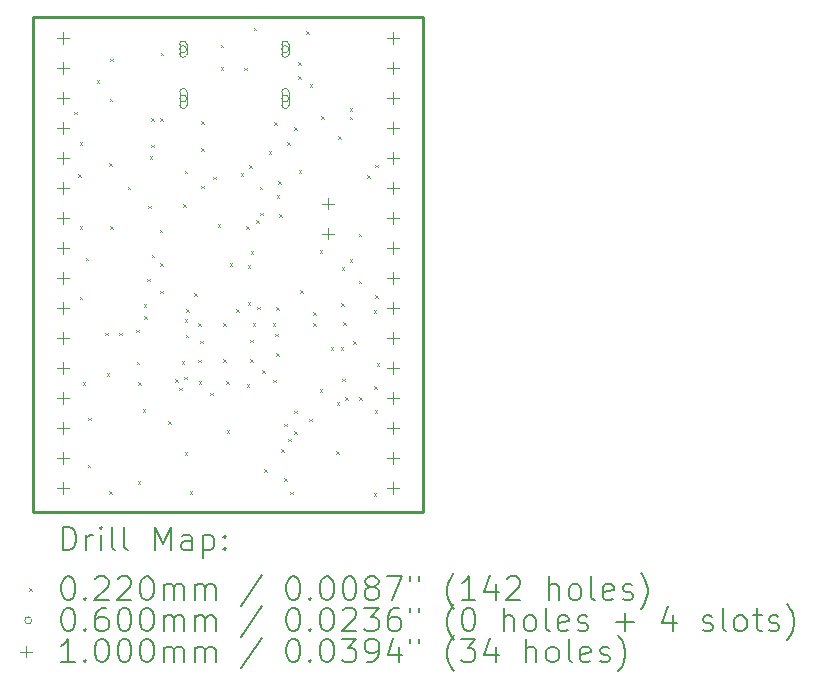
<source format=gbr>
%TF.GenerationSoftware,KiCad,Pcbnew,9.0.0*%
%TF.CreationDate,2025-11-24T16:24:24+00:00*%
%TF.ProjectId,OE PyBoard,4f452050-7942-46f6-9172-642e6b696361,rev?*%
%TF.SameCoordinates,Original*%
%TF.FileFunction,Drillmap*%
%TF.FilePolarity,Positive*%
%FSLAX45Y45*%
G04 Gerber Fmt 4.5, Leading zero omitted, Abs format (unit mm)*
G04 Created by KiCad (PCBNEW 9.0.0) date 2025-11-24 16:24:24*
%MOMM*%
%LPD*%
G01*
G04 APERTURE LIST*
%ADD10C,0.230000*%
%ADD11C,0.200000*%
%ADD12C,0.100000*%
G04 APERTURE END LIST*
D10*
X12547600Y-9423200D02*
X15849600Y-9423200D01*
X15849600Y-13614200D01*
X12547600Y-13614200D01*
X12547600Y-9423200D01*
D11*
D12*
X12894000Y-10221500D02*
X12916000Y-10243500D01*
X12916000Y-10221500D02*
X12894000Y-10243500D01*
X12931500Y-10751500D02*
X12953500Y-10773500D01*
X12953500Y-10751500D02*
X12931500Y-10773500D01*
X12943000Y-10479200D02*
X12965000Y-10501200D01*
X12965000Y-10479200D02*
X12943000Y-10501200D01*
X12943000Y-11190400D02*
X12965000Y-11212400D01*
X12965000Y-11190400D02*
X12943000Y-11212400D01*
X12943000Y-11787300D02*
X12965000Y-11809300D01*
X12965000Y-11787300D02*
X12943000Y-11809300D01*
X12968400Y-12514000D02*
X12990400Y-12536000D01*
X12990400Y-12514000D02*
X12968400Y-12536000D01*
X12993800Y-11457100D02*
X13015800Y-11479100D01*
X13015800Y-11457100D02*
X12993800Y-11479100D01*
X13009040Y-13212240D02*
X13031040Y-13234240D01*
X13031040Y-13212240D02*
X13009040Y-13234240D01*
X13013600Y-12814000D02*
X13035600Y-12836000D01*
X13035600Y-12814000D02*
X13013600Y-12836000D01*
X13084000Y-9954000D02*
X13106000Y-9976000D01*
X13106000Y-9954000D02*
X13084000Y-9976000D01*
X13159651Y-12095297D02*
X13181651Y-12117297D01*
X13181651Y-12095297D02*
X13159651Y-12117297D01*
X13170555Y-12434800D02*
X13192555Y-12456800D01*
X13192555Y-12434800D02*
X13170555Y-12456800D01*
X13189000Y-13436500D02*
X13211000Y-13458500D01*
X13211000Y-13436500D02*
X13189000Y-13458500D01*
X13191500Y-10656500D02*
X13213500Y-10678500D01*
X13213500Y-10656500D02*
X13191500Y-10678500D01*
X13194000Y-10114000D02*
X13216000Y-10136000D01*
X13216000Y-10114000D02*
X13194000Y-10136000D01*
X13201500Y-9774000D02*
X13223500Y-9796000D01*
X13223500Y-9774000D02*
X13201500Y-9796000D01*
X13201500Y-11194000D02*
X13223500Y-11216000D01*
X13223500Y-11194000D02*
X13201500Y-11216000D01*
X13277543Y-12095157D02*
X13299543Y-12117157D01*
X13299543Y-12095157D02*
X13277543Y-12117157D01*
X13346500Y-10859000D02*
X13368500Y-10881000D01*
X13368500Y-10859000D02*
X13346500Y-10881000D01*
X13420600Y-12067867D02*
X13442600Y-12089867D01*
X13442600Y-12067867D02*
X13420600Y-12089867D01*
X13425600Y-12339700D02*
X13447600Y-12361700D01*
X13447600Y-12339700D02*
X13425600Y-12361700D01*
X13433220Y-13349400D02*
X13455220Y-13371400D01*
X13455220Y-13349400D02*
X13433220Y-13371400D01*
X13438300Y-12511200D02*
X13460300Y-12533200D01*
X13460300Y-12511200D02*
X13438300Y-12533200D01*
X13473860Y-12739600D02*
X13495860Y-12761600D01*
X13495860Y-12739600D02*
X13473860Y-12761600D01*
X13483583Y-11850600D02*
X13505583Y-11872600D01*
X13505583Y-11850600D02*
X13483583Y-11872600D01*
X13489100Y-11952400D02*
X13511100Y-11974400D01*
X13511100Y-11952400D02*
X13489100Y-11974400D01*
X13514500Y-11634900D02*
X13536500Y-11656900D01*
X13536500Y-11634900D02*
X13514500Y-11656900D01*
X13524000Y-11017600D02*
X13546000Y-11039600D01*
X13546000Y-11017600D02*
X13524000Y-11039600D01*
X13534000Y-10599000D02*
X13556000Y-10621000D01*
X13556000Y-10599000D02*
X13534000Y-10621000D01*
X13547923Y-10276115D02*
X13569923Y-10298115D01*
X13569923Y-10276115D02*
X13547923Y-10298115D01*
X13549000Y-10501500D02*
X13571000Y-10523500D01*
X13571000Y-10501500D02*
X13549000Y-10523500D01*
X13552600Y-11431700D02*
X13574600Y-11453700D01*
X13574600Y-11431700D02*
X13552600Y-11453700D01*
X13618472Y-11220272D02*
X13640472Y-11242272D01*
X13640472Y-11220272D02*
X13618472Y-11242272D01*
X13622450Y-11507700D02*
X13644450Y-11529700D01*
X13644450Y-11507700D02*
X13622450Y-11529700D01*
X13622450Y-11736500D02*
X13644450Y-11758500D01*
X13644450Y-11736500D02*
X13622450Y-11758500D01*
X13622902Y-10277911D02*
X13644902Y-10299911D01*
X13644902Y-10277911D02*
X13622902Y-10299911D01*
X13626500Y-9721500D02*
X13648500Y-9743500D01*
X13648500Y-9721500D02*
X13626500Y-9743500D01*
X13692300Y-12841200D02*
X13714300Y-12863200D01*
X13714300Y-12841200D02*
X13692300Y-12863200D01*
X13752710Y-12489700D02*
X13774710Y-12511700D01*
X13774710Y-12489700D02*
X13752710Y-12511700D01*
X13786280Y-12559460D02*
X13808280Y-12581460D01*
X13808280Y-12559460D02*
X13786280Y-12581460D01*
X13804406Y-12335959D02*
X13826406Y-12357959D01*
X13826406Y-12335959D02*
X13804406Y-12357959D01*
X13816760Y-11004980D02*
X13838760Y-11026980D01*
X13838760Y-11004980D02*
X13816760Y-11026980D01*
X13824443Y-12467802D02*
X13846443Y-12489802D01*
X13846443Y-12467802D02*
X13824443Y-12489802D01*
X13829460Y-13105560D02*
X13851460Y-13127560D01*
X13851460Y-13105560D02*
X13829460Y-13127560D01*
X13832000Y-10720500D02*
X13854000Y-10742500D01*
X13854000Y-10720500D02*
X13832000Y-10742500D01*
X13832000Y-11977800D02*
X13854000Y-11999800D01*
X13854000Y-11977800D02*
X13832000Y-11999800D01*
X13839000Y-12111500D02*
X13861000Y-12133500D01*
X13861000Y-12111500D02*
X13839000Y-12133500D01*
X13841600Y-11893900D02*
X13863600Y-11915900D01*
X13863600Y-11893900D02*
X13841600Y-11915900D01*
X13874000Y-13436500D02*
X13896000Y-13458500D01*
X13896000Y-13436500D02*
X13874000Y-13458500D01*
X13912600Y-11756820D02*
X13934600Y-11778820D01*
X13934600Y-11756820D02*
X13912600Y-11778820D01*
X13946300Y-12320700D02*
X13968300Y-12342700D01*
X13968300Y-12320700D02*
X13946300Y-12342700D01*
X13946500Y-12011500D02*
X13968500Y-12033500D01*
X13968500Y-12011500D02*
X13946500Y-12033500D01*
X13949000Y-12506500D02*
X13971000Y-12528500D01*
X13971000Y-12506500D02*
X13949000Y-12528500D01*
X13961500Y-12161500D02*
X13983500Y-12183500D01*
X13983500Y-12161500D02*
X13961500Y-12183500D01*
X13971700Y-10301400D02*
X13993700Y-10323400D01*
X13993700Y-10301400D02*
X13971700Y-10323400D01*
X13971700Y-10530000D02*
X13993700Y-10552000D01*
X13993700Y-10530000D02*
X13971700Y-10552000D01*
X13971700Y-10847500D02*
X13993700Y-10869500D01*
X13993700Y-10847500D02*
X13971700Y-10869500D01*
X14047900Y-12600100D02*
X14069900Y-12622100D01*
X14069900Y-12600100D02*
X14047900Y-12622100D01*
X14073300Y-10771300D02*
X14095300Y-10793300D01*
X14095300Y-10771300D02*
X14073300Y-10793300D01*
X14111400Y-11177500D02*
X14133400Y-11199500D01*
X14133400Y-11177500D02*
X14111400Y-11199500D01*
X14136800Y-9653700D02*
X14158800Y-9675700D01*
X14158800Y-9653700D02*
X14136800Y-9675700D01*
X14136800Y-9844200D02*
X14158800Y-9866200D01*
X14158800Y-9844200D02*
X14136800Y-9866200D01*
X14159000Y-12011500D02*
X14181000Y-12033500D01*
X14181000Y-12011500D02*
X14159000Y-12033500D01*
X14159000Y-12319000D02*
X14181000Y-12341000D01*
X14181000Y-12319000D02*
X14159000Y-12341000D01*
X14181500Y-12506500D02*
X14203500Y-12528500D01*
X14203500Y-12506500D02*
X14181500Y-12528500D01*
X14187600Y-12917400D02*
X14209600Y-12939400D01*
X14209600Y-12917400D02*
X14187600Y-12939400D01*
X14213000Y-11507700D02*
X14235000Y-11529700D01*
X14235000Y-11507700D02*
X14213000Y-11529700D01*
X14269000Y-11893900D02*
X14291000Y-11915900D01*
X14291000Y-11893900D02*
X14269000Y-11915900D01*
X14306500Y-10744000D02*
X14328500Y-10766000D01*
X14328500Y-10744000D02*
X14306500Y-10766000D01*
X14334920Y-9849280D02*
X14356920Y-9871280D01*
X14356920Y-9849280D02*
X14334920Y-9871280D01*
X14350160Y-11192940D02*
X14372160Y-11214940D01*
X14372160Y-11192940D02*
X14350160Y-11214940D01*
X14356500Y-12531500D02*
X14378500Y-12553500D01*
X14378500Y-12531500D02*
X14356500Y-12553500D01*
X14365400Y-11520400D02*
X14387400Y-11542400D01*
X14387400Y-11520400D02*
X14365400Y-11542400D01*
X14365400Y-11837900D02*
X14387400Y-11859900D01*
X14387400Y-11837900D02*
X14365400Y-11859900D01*
X14376500Y-10674000D02*
X14398500Y-10696000D01*
X14398500Y-10674000D02*
X14376500Y-10696000D01*
X14384000Y-12151500D02*
X14406000Y-12173500D01*
X14406000Y-12151500D02*
X14384000Y-12173500D01*
X14384000Y-12319000D02*
X14406000Y-12341000D01*
X14406000Y-12319000D02*
X14384000Y-12341000D01*
X14390800Y-11403760D02*
X14412800Y-11425760D01*
X14412800Y-11403760D02*
X14390800Y-11425760D01*
X14406500Y-12011500D02*
X14428500Y-12033500D01*
X14428500Y-12011500D02*
X14406500Y-12033500D01*
X14414658Y-9512545D02*
X14436658Y-9534545D01*
X14436658Y-9512545D02*
X14414658Y-9534545D01*
X14436166Y-11141942D02*
X14458166Y-11163942D01*
X14458166Y-11141942D02*
X14436166Y-11163942D01*
X14446500Y-11874000D02*
X14468500Y-11896000D01*
X14468500Y-11874000D02*
X14446500Y-11896000D01*
X14467000Y-10857660D02*
X14489000Y-10879660D01*
X14489000Y-10857660D02*
X14467000Y-10879660D01*
X14472080Y-11076100D02*
X14494080Y-11098100D01*
X14494080Y-11076100D02*
X14472080Y-11098100D01*
X14486500Y-12409302D02*
X14508500Y-12431302D01*
X14508500Y-12409302D02*
X14486500Y-12431302D01*
X14505100Y-13250340D02*
X14527100Y-13272340D01*
X14527100Y-13250340D02*
X14505100Y-13272340D01*
X14543200Y-10555400D02*
X14565200Y-10577400D01*
X14565200Y-10555400D02*
X14543200Y-10577400D01*
X14576100Y-12015700D02*
X14598100Y-12037700D01*
X14598100Y-12015700D02*
X14576100Y-12037700D01*
X14579000Y-12491500D02*
X14601000Y-12513500D01*
X14601000Y-12491500D02*
X14579000Y-12513500D01*
X14586380Y-10309020D02*
X14608380Y-10331020D01*
X14608380Y-10309020D02*
X14586380Y-10331020D01*
X14597175Y-12101425D02*
X14619175Y-12123425D01*
X14619175Y-12101425D02*
X14597175Y-12123425D01*
X14606700Y-11876200D02*
X14628700Y-11898200D01*
X14628700Y-11876200D02*
X14606700Y-11898200D01*
X14606700Y-12269700D02*
X14628700Y-12291700D01*
X14628700Y-12269700D02*
X14606700Y-12291700D01*
X14609240Y-10931320D02*
X14631240Y-10953320D01*
X14631240Y-10931320D02*
X14609240Y-10953320D01*
X14624480Y-10811940D02*
X14646480Y-10833940D01*
X14646480Y-10811940D02*
X14624480Y-10833940D01*
X14629560Y-11088800D02*
X14651560Y-11110800D01*
X14651560Y-11088800D02*
X14629560Y-11110800D01*
X14647340Y-13077620D02*
X14669340Y-13099620D01*
X14669340Y-13077620D02*
X14647340Y-13099620D01*
X14671500Y-13325100D02*
X14693500Y-13347100D01*
X14693500Y-13325100D02*
X14671500Y-13347100D01*
X14675280Y-12864260D02*
X14697280Y-12886260D01*
X14697280Y-12864260D02*
X14675280Y-12886260D01*
X14700680Y-10479200D02*
X14722680Y-10501200D01*
X14722680Y-10479200D02*
X14700680Y-10501200D01*
X14706340Y-12989601D02*
X14728340Y-13011601D01*
X14728340Y-12989601D02*
X14706340Y-13011601D01*
X14726080Y-13440840D02*
X14748080Y-13462840D01*
X14748080Y-13440840D02*
X14726080Y-13462840D01*
X14756560Y-10354740D02*
X14778560Y-10376740D01*
X14778560Y-10354740D02*
X14756560Y-10376740D01*
X14756560Y-12927760D02*
X14778560Y-12949760D01*
X14778560Y-12927760D02*
X14756560Y-12949760D01*
X14759100Y-12752500D02*
X14781100Y-12774500D01*
X14781100Y-12752500D02*
X14759100Y-12774500D01*
X14793907Y-9804313D02*
X14815907Y-9826313D01*
X14815907Y-9804313D02*
X14793907Y-9826313D01*
X14793907Y-9922404D02*
X14815907Y-9944404D01*
X14815907Y-9922404D02*
X14793907Y-9944404D01*
X14797200Y-10715420D02*
X14819200Y-10737420D01*
X14819200Y-10715420D02*
X14797200Y-10737420D01*
X14807360Y-11733960D02*
X14829360Y-11755960D01*
X14829360Y-11733960D02*
X14807360Y-11755960D01*
X14859000Y-9539000D02*
X14881000Y-9561000D01*
X14881000Y-9539000D02*
X14859000Y-9561000D01*
X14886100Y-12821000D02*
X14908100Y-12843000D01*
X14908100Y-12821000D02*
X14886100Y-12843000D01*
X14888600Y-9989000D02*
X14910600Y-10011000D01*
X14910600Y-9989000D02*
X14888600Y-10011000D01*
X14916388Y-12011872D02*
X14938388Y-12033872D01*
X14938388Y-12011872D02*
X14916388Y-12033872D01*
X14920596Y-11921049D02*
X14942596Y-11943049D01*
X14942596Y-11921049D02*
X14920596Y-11943049D01*
X14975000Y-11393600D02*
X14997000Y-11415600D01*
X14997000Y-11393600D02*
X14975000Y-11415600D01*
X14975000Y-12574500D02*
X14997000Y-12596500D01*
X14997000Y-12574500D02*
X14975000Y-12596500D01*
X14985160Y-10260760D02*
X15007160Y-10282760D01*
X15007160Y-10260760D02*
X14985160Y-10282760D01*
X15066468Y-12215353D02*
X15088468Y-12237353D01*
X15088468Y-12215353D02*
X15066468Y-12237353D01*
X15114700Y-13095400D02*
X15136700Y-13117400D01*
X15136700Y-13095400D02*
X15114700Y-13117400D01*
X15116500Y-12681500D02*
X15138500Y-12703500D01*
X15138500Y-12681500D02*
X15116500Y-12703500D01*
X15128391Y-10431194D02*
X15150391Y-10453194D01*
X15150391Y-10431194D02*
X15128391Y-10453194D01*
X15151500Y-12214000D02*
X15173500Y-12236000D01*
X15173500Y-12214000D02*
X15151500Y-12236000D01*
X15157999Y-11843720D02*
X15179999Y-11865720D01*
X15179999Y-11843720D02*
X15157999Y-11865720D01*
X15159000Y-11539000D02*
X15181000Y-11561000D01*
X15181000Y-11539000D02*
X15159000Y-11561000D01*
X15165500Y-12483260D02*
X15187500Y-12505260D01*
X15187500Y-12483260D02*
X15165500Y-12505260D01*
X15173200Y-12003200D02*
X15195200Y-12025200D01*
X15195200Y-12003200D02*
X15173200Y-12025200D01*
X15190900Y-12641500D02*
X15212900Y-12663500D01*
X15212900Y-12641500D02*
X15190900Y-12663500D01*
X15226460Y-10192180D02*
X15248460Y-10214180D01*
X15248460Y-10192180D02*
X15226460Y-10214180D01*
X15229000Y-10263300D02*
X15251000Y-10285300D01*
X15251000Y-10263300D02*
X15229000Y-10285300D01*
X15229000Y-11469800D02*
X15251000Y-11491800D01*
X15251000Y-11469800D02*
X15229000Y-11491800D01*
X15256500Y-12164000D02*
X15278500Y-12186000D01*
X15278500Y-12164000D02*
X15256500Y-12186000D01*
X15304000Y-11654000D02*
X15326000Y-11676000D01*
X15326000Y-11654000D02*
X15304000Y-11676000D01*
X15305200Y-11253900D02*
X15327200Y-11275900D01*
X15327200Y-11253900D02*
X15305200Y-11275900D01*
X15309000Y-12641500D02*
X15331000Y-12663500D01*
X15331000Y-12641500D02*
X15309000Y-12663500D01*
X15376320Y-10758600D02*
X15398320Y-10780600D01*
X15398320Y-10758600D02*
X15376320Y-10780600D01*
X15432200Y-11901600D02*
X15454200Y-11923600D01*
X15454200Y-11901600D02*
X15432200Y-11923600D01*
X15432200Y-13451000D02*
X15454200Y-13473000D01*
X15454200Y-13451000D02*
X15432200Y-13473000D01*
X15437280Y-12546760D02*
X15459280Y-12568760D01*
X15459280Y-12546760D02*
X15437280Y-12568760D01*
X15439000Y-12749000D02*
X15461000Y-12771000D01*
X15461000Y-12749000D02*
X15439000Y-12771000D01*
X15444556Y-10669700D02*
X15466556Y-10691700D01*
X15466556Y-10669700D02*
X15444556Y-10691700D01*
X15444900Y-11774600D02*
X15466900Y-11796600D01*
X15466900Y-11774600D02*
X15444900Y-11796600D01*
X15456217Y-12351428D02*
X15478217Y-12373428D01*
X15478217Y-12351428D02*
X15456217Y-12373428D01*
X13847400Y-9693100D02*
G75*
G02*
X13787400Y-9693100I-30000J0D01*
G01*
X13787400Y-9693100D02*
G75*
G02*
X13847400Y-9693100I30000J0D01*
G01*
X13847400Y-9733100D02*
X13847400Y-9653100D01*
X13787400Y-9653100D02*
G75*
G02*
X13847400Y-9653100I30000J0D01*
G01*
X13787400Y-9653100D02*
X13787400Y-9733100D01*
X13787400Y-9733100D02*
G75*
G03*
X13847400Y-9733100I30000J0D01*
G01*
X13847400Y-10111100D02*
G75*
G02*
X13787400Y-10111100I-30000J0D01*
G01*
X13787400Y-10111100D02*
G75*
G02*
X13847400Y-10111100I30000J0D01*
G01*
X13847400Y-10166100D02*
X13847400Y-10056100D01*
X13787400Y-10056100D02*
G75*
G02*
X13847400Y-10056100I30000J0D01*
G01*
X13787400Y-10056100D02*
X13787400Y-10166100D01*
X13787400Y-10166100D02*
G75*
G03*
X13847400Y-10166100I30000J0D01*
G01*
X14711400Y-9693100D02*
G75*
G02*
X14651400Y-9693100I-30000J0D01*
G01*
X14651400Y-9693100D02*
G75*
G02*
X14711400Y-9693100I30000J0D01*
G01*
X14711400Y-9733100D02*
X14711400Y-9653100D01*
X14651400Y-9653100D02*
G75*
G02*
X14711400Y-9653100I30000J0D01*
G01*
X14651400Y-9653100D02*
X14651400Y-9733100D01*
X14651400Y-9733100D02*
G75*
G03*
X14711400Y-9733100I30000J0D01*
G01*
X14711400Y-10111100D02*
G75*
G02*
X14651400Y-10111100I-30000J0D01*
G01*
X14651400Y-10111100D02*
G75*
G02*
X14711400Y-10111100I30000J0D01*
G01*
X14711400Y-10166100D02*
X14711400Y-10056100D01*
X14651400Y-10056100D02*
G75*
G02*
X14711400Y-10056100I30000J0D01*
G01*
X14651400Y-10056100D02*
X14651400Y-10166100D01*
X14651400Y-10166100D02*
G75*
G03*
X14711400Y-10166100I30000J0D01*
G01*
X12801600Y-9551200D02*
X12801600Y-9651200D01*
X12751600Y-9601200D02*
X12851600Y-9601200D01*
X12801600Y-9805200D02*
X12801600Y-9905200D01*
X12751600Y-9855200D02*
X12851600Y-9855200D01*
X12801600Y-10059200D02*
X12801600Y-10159200D01*
X12751600Y-10109200D02*
X12851600Y-10109200D01*
X12801600Y-10313200D02*
X12801600Y-10413200D01*
X12751600Y-10363200D02*
X12851600Y-10363200D01*
X12801600Y-10567200D02*
X12801600Y-10667200D01*
X12751600Y-10617200D02*
X12851600Y-10617200D01*
X12801600Y-10821200D02*
X12801600Y-10921200D01*
X12751600Y-10871200D02*
X12851600Y-10871200D01*
X12801600Y-11075200D02*
X12801600Y-11175200D01*
X12751600Y-11125200D02*
X12851600Y-11125200D01*
X12801600Y-11329200D02*
X12801600Y-11429200D01*
X12751600Y-11379200D02*
X12851600Y-11379200D01*
X12801600Y-11583200D02*
X12801600Y-11683200D01*
X12751600Y-11633200D02*
X12851600Y-11633200D01*
X12801600Y-11837200D02*
X12801600Y-11937200D01*
X12751600Y-11887200D02*
X12851600Y-11887200D01*
X12801600Y-12091200D02*
X12801600Y-12191200D01*
X12751600Y-12141200D02*
X12851600Y-12141200D01*
X12801600Y-12345200D02*
X12801600Y-12445200D01*
X12751600Y-12395200D02*
X12851600Y-12395200D01*
X12801600Y-12599200D02*
X12801600Y-12699200D01*
X12751600Y-12649200D02*
X12851600Y-12649200D01*
X12801600Y-12853200D02*
X12801600Y-12953200D01*
X12751600Y-12903200D02*
X12851600Y-12903200D01*
X12801600Y-13107200D02*
X12801600Y-13207200D01*
X12751600Y-13157200D02*
X12851600Y-13157200D01*
X12801600Y-13361200D02*
X12801600Y-13461200D01*
X12751600Y-13411200D02*
X12851600Y-13411200D01*
X15046960Y-10950240D02*
X15046960Y-11050240D01*
X14996960Y-11000240D02*
X15096960Y-11000240D01*
X15046960Y-11204240D02*
X15046960Y-11304240D01*
X14996960Y-11254240D02*
X15096960Y-11254240D01*
X15595600Y-9551200D02*
X15595600Y-9651200D01*
X15545600Y-9601200D02*
X15645600Y-9601200D01*
X15595600Y-9805200D02*
X15595600Y-9905200D01*
X15545600Y-9855200D02*
X15645600Y-9855200D01*
X15595600Y-10059200D02*
X15595600Y-10159200D01*
X15545600Y-10109200D02*
X15645600Y-10109200D01*
X15595600Y-10313200D02*
X15595600Y-10413200D01*
X15545600Y-10363200D02*
X15645600Y-10363200D01*
X15595600Y-10567200D02*
X15595600Y-10667200D01*
X15545600Y-10617200D02*
X15645600Y-10617200D01*
X15595600Y-10821200D02*
X15595600Y-10921200D01*
X15545600Y-10871200D02*
X15645600Y-10871200D01*
X15595600Y-11075200D02*
X15595600Y-11175200D01*
X15545600Y-11125200D02*
X15645600Y-11125200D01*
X15595600Y-11329200D02*
X15595600Y-11429200D01*
X15545600Y-11379200D02*
X15645600Y-11379200D01*
X15595600Y-11583200D02*
X15595600Y-11683200D01*
X15545600Y-11633200D02*
X15645600Y-11633200D01*
X15595600Y-11837200D02*
X15595600Y-11937200D01*
X15545600Y-11887200D02*
X15645600Y-11887200D01*
X15595600Y-12091200D02*
X15595600Y-12191200D01*
X15545600Y-12141200D02*
X15645600Y-12141200D01*
X15595600Y-12345200D02*
X15595600Y-12445200D01*
X15545600Y-12395200D02*
X15645600Y-12395200D01*
X15595600Y-12599200D02*
X15595600Y-12699200D01*
X15545600Y-12649200D02*
X15645600Y-12649200D01*
X15595600Y-12853200D02*
X15595600Y-12953200D01*
X15545600Y-12903200D02*
X15645600Y-12903200D01*
X15595600Y-13107200D02*
X15595600Y-13207200D01*
X15545600Y-13157200D02*
X15645600Y-13157200D01*
X15595600Y-13361200D02*
X15595600Y-13461200D01*
X15545600Y-13411200D02*
X15645600Y-13411200D01*
D11*
X12796877Y-13937184D02*
X12796877Y-13737184D01*
X12796877Y-13737184D02*
X12844496Y-13737184D01*
X12844496Y-13737184D02*
X12873067Y-13746708D01*
X12873067Y-13746708D02*
X12892115Y-13765755D01*
X12892115Y-13765755D02*
X12901639Y-13784803D01*
X12901639Y-13784803D02*
X12911162Y-13822898D01*
X12911162Y-13822898D02*
X12911162Y-13851469D01*
X12911162Y-13851469D02*
X12901639Y-13889565D01*
X12901639Y-13889565D02*
X12892115Y-13908612D01*
X12892115Y-13908612D02*
X12873067Y-13927660D01*
X12873067Y-13927660D02*
X12844496Y-13937184D01*
X12844496Y-13937184D02*
X12796877Y-13937184D01*
X12996877Y-13937184D02*
X12996877Y-13803850D01*
X12996877Y-13841946D02*
X13006401Y-13822898D01*
X13006401Y-13822898D02*
X13015924Y-13813374D01*
X13015924Y-13813374D02*
X13034972Y-13803850D01*
X13034972Y-13803850D02*
X13054020Y-13803850D01*
X13120686Y-13937184D02*
X13120686Y-13803850D01*
X13120686Y-13737184D02*
X13111162Y-13746708D01*
X13111162Y-13746708D02*
X13120686Y-13756231D01*
X13120686Y-13756231D02*
X13130210Y-13746708D01*
X13130210Y-13746708D02*
X13120686Y-13737184D01*
X13120686Y-13737184D02*
X13120686Y-13756231D01*
X13244496Y-13937184D02*
X13225448Y-13927660D01*
X13225448Y-13927660D02*
X13215924Y-13908612D01*
X13215924Y-13908612D02*
X13215924Y-13737184D01*
X13349258Y-13937184D02*
X13330210Y-13927660D01*
X13330210Y-13927660D02*
X13320686Y-13908612D01*
X13320686Y-13908612D02*
X13320686Y-13737184D01*
X13577829Y-13937184D02*
X13577829Y-13737184D01*
X13577829Y-13737184D02*
X13644496Y-13880041D01*
X13644496Y-13880041D02*
X13711162Y-13737184D01*
X13711162Y-13737184D02*
X13711162Y-13937184D01*
X13892115Y-13937184D02*
X13892115Y-13832422D01*
X13892115Y-13832422D02*
X13882591Y-13813374D01*
X13882591Y-13813374D02*
X13863543Y-13803850D01*
X13863543Y-13803850D02*
X13825448Y-13803850D01*
X13825448Y-13803850D02*
X13806401Y-13813374D01*
X13892115Y-13927660D02*
X13873067Y-13937184D01*
X13873067Y-13937184D02*
X13825448Y-13937184D01*
X13825448Y-13937184D02*
X13806401Y-13927660D01*
X13806401Y-13927660D02*
X13796877Y-13908612D01*
X13796877Y-13908612D02*
X13796877Y-13889565D01*
X13796877Y-13889565D02*
X13806401Y-13870517D01*
X13806401Y-13870517D02*
X13825448Y-13860993D01*
X13825448Y-13860993D02*
X13873067Y-13860993D01*
X13873067Y-13860993D02*
X13892115Y-13851469D01*
X13987353Y-13803850D02*
X13987353Y-14003850D01*
X13987353Y-13813374D02*
X14006401Y-13803850D01*
X14006401Y-13803850D02*
X14044496Y-13803850D01*
X14044496Y-13803850D02*
X14063543Y-13813374D01*
X14063543Y-13813374D02*
X14073067Y-13822898D01*
X14073067Y-13822898D02*
X14082591Y-13841946D01*
X14082591Y-13841946D02*
X14082591Y-13899088D01*
X14082591Y-13899088D02*
X14073067Y-13918136D01*
X14073067Y-13918136D02*
X14063543Y-13927660D01*
X14063543Y-13927660D02*
X14044496Y-13937184D01*
X14044496Y-13937184D02*
X14006401Y-13937184D01*
X14006401Y-13937184D02*
X13987353Y-13927660D01*
X14168305Y-13918136D02*
X14177829Y-13927660D01*
X14177829Y-13927660D02*
X14168305Y-13937184D01*
X14168305Y-13937184D02*
X14158782Y-13927660D01*
X14158782Y-13927660D02*
X14168305Y-13918136D01*
X14168305Y-13918136D02*
X14168305Y-13937184D01*
X14168305Y-13813374D02*
X14177829Y-13822898D01*
X14177829Y-13822898D02*
X14168305Y-13832422D01*
X14168305Y-13832422D02*
X14158782Y-13822898D01*
X14158782Y-13822898D02*
X14168305Y-13813374D01*
X14168305Y-13813374D02*
X14168305Y-13832422D01*
D12*
X12514100Y-14254700D02*
X12536100Y-14276700D01*
X12536100Y-14254700D02*
X12514100Y-14276700D01*
D11*
X12834972Y-14157184D02*
X12854020Y-14157184D01*
X12854020Y-14157184D02*
X12873067Y-14166708D01*
X12873067Y-14166708D02*
X12882591Y-14176231D01*
X12882591Y-14176231D02*
X12892115Y-14195279D01*
X12892115Y-14195279D02*
X12901639Y-14233374D01*
X12901639Y-14233374D02*
X12901639Y-14280993D01*
X12901639Y-14280993D02*
X12892115Y-14319088D01*
X12892115Y-14319088D02*
X12882591Y-14338136D01*
X12882591Y-14338136D02*
X12873067Y-14347660D01*
X12873067Y-14347660D02*
X12854020Y-14357184D01*
X12854020Y-14357184D02*
X12834972Y-14357184D01*
X12834972Y-14357184D02*
X12815924Y-14347660D01*
X12815924Y-14347660D02*
X12806401Y-14338136D01*
X12806401Y-14338136D02*
X12796877Y-14319088D01*
X12796877Y-14319088D02*
X12787353Y-14280993D01*
X12787353Y-14280993D02*
X12787353Y-14233374D01*
X12787353Y-14233374D02*
X12796877Y-14195279D01*
X12796877Y-14195279D02*
X12806401Y-14176231D01*
X12806401Y-14176231D02*
X12815924Y-14166708D01*
X12815924Y-14166708D02*
X12834972Y-14157184D01*
X12987353Y-14338136D02*
X12996877Y-14347660D01*
X12996877Y-14347660D02*
X12987353Y-14357184D01*
X12987353Y-14357184D02*
X12977829Y-14347660D01*
X12977829Y-14347660D02*
X12987353Y-14338136D01*
X12987353Y-14338136D02*
X12987353Y-14357184D01*
X13073067Y-14176231D02*
X13082591Y-14166708D01*
X13082591Y-14166708D02*
X13101639Y-14157184D01*
X13101639Y-14157184D02*
X13149258Y-14157184D01*
X13149258Y-14157184D02*
X13168305Y-14166708D01*
X13168305Y-14166708D02*
X13177829Y-14176231D01*
X13177829Y-14176231D02*
X13187353Y-14195279D01*
X13187353Y-14195279D02*
X13187353Y-14214327D01*
X13187353Y-14214327D02*
X13177829Y-14242898D01*
X13177829Y-14242898D02*
X13063543Y-14357184D01*
X13063543Y-14357184D02*
X13187353Y-14357184D01*
X13263543Y-14176231D02*
X13273067Y-14166708D01*
X13273067Y-14166708D02*
X13292115Y-14157184D01*
X13292115Y-14157184D02*
X13339734Y-14157184D01*
X13339734Y-14157184D02*
X13358782Y-14166708D01*
X13358782Y-14166708D02*
X13368305Y-14176231D01*
X13368305Y-14176231D02*
X13377829Y-14195279D01*
X13377829Y-14195279D02*
X13377829Y-14214327D01*
X13377829Y-14214327D02*
X13368305Y-14242898D01*
X13368305Y-14242898D02*
X13254020Y-14357184D01*
X13254020Y-14357184D02*
X13377829Y-14357184D01*
X13501639Y-14157184D02*
X13520686Y-14157184D01*
X13520686Y-14157184D02*
X13539734Y-14166708D01*
X13539734Y-14166708D02*
X13549258Y-14176231D01*
X13549258Y-14176231D02*
X13558782Y-14195279D01*
X13558782Y-14195279D02*
X13568305Y-14233374D01*
X13568305Y-14233374D02*
X13568305Y-14280993D01*
X13568305Y-14280993D02*
X13558782Y-14319088D01*
X13558782Y-14319088D02*
X13549258Y-14338136D01*
X13549258Y-14338136D02*
X13539734Y-14347660D01*
X13539734Y-14347660D02*
X13520686Y-14357184D01*
X13520686Y-14357184D02*
X13501639Y-14357184D01*
X13501639Y-14357184D02*
X13482591Y-14347660D01*
X13482591Y-14347660D02*
X13473067Y-14338136D01*
X13473067Y-14338136D02*
X13463543Y-14319088D01*
X13463543Y-14319088D02*
X13454020Y-14280993D01*
X13454020Y-14280993D02*
X13454020Y-14233374D01*
X13454020Y-14233374D02*
X13463543Y-14195279D01*
X13463543Y-14195279D02*
X13473067Y-14176231D01*
X13473067Y-14176231D02*
X13482591Y-14166708D01*
X13482591Y-14166708D02*
X13501639Y-14157184D01*
X13654020Y-14357184D02*
X13654020Y-14223850D01*
X13654020Y-14242898D02*
X13663543Y-14233374D01*
X13663543Y-14233374D02*
X13682591Y-14223850D01*
X13682591Y-14223850D02*
X13711163Y-14223850D01*
X13711163Y-14223850D02*
X13730210Y-14233374D01*
X13730210Y-14233374D02*
X13739734Y-14252422D01*
X13739734Y-14252422D02*
X13739734Y-14357184D01*
X13739734Y-14252422D02*
X13749258Y-14233374D01*
X13749258Y-14233374D02*
X13768305Y-14223850D01*
X13768305Y-14223850D02*
X13796877Y-14223850D01*
X13796877Y-14223850D02*
X13815924Y-14233374D01*
X13815924Y-14233374D02*
X13825448Y-14252422D01*
X13825448Y-14252422D02*
X13825448Y-14357184D01*
X13920686Y-14357184D02*
X13920686Y-14223850D01*
X13920686Y-14242898D02*
X13930210Y-14233374D01*
X13930210Y-14233374D02*
X13949258Y-14223850D01*
X13949258Y-14223850D02*
X13977829Y-14223850D01*
X13977829Y-14223850D02*
X13996877Y-14233374D01*
X13996877Y-14233374D02*
X14006401Y-14252422D01*
X14006401Y-14252422D02*
X14006401Y-14357184D01*
X14006401Y-14252422D02*
X14015924Y-14233374D01*
X14015924Y-14233374D02*
X14034972Y-14223850D01*
X14034972Y-14223850D02*
X14063543Y-14223850D01*
X14063543Y-14223850D02*
X14082591Y-14233374D01*
X14082591Y-14233374D02*
X14092115Y-14252422D01*
X14092115Y-14252422D02*
X14092115Y-14357184D01*
X14482591Y-14147660D02*
X14311163Y-14404803D01*
X14739734Y-14157184D02*
X14758782Y-14157184D01*
X14758782Y-14157184D02*
X14777829Y-14166708D01*
X14777829Y-14166708D02*
X14787353Y-14176231D01*
X14787353Y-14176231D02*
X14796877Y-14195279D01*
X14796877Y-14195279D02*
X14806401Y-14233374D01*
X14806401Y-14233374D02*
X14806401Y-14280993D01*
X14806401Y-14280993D02*
X14796877Y-14319088D01*
X14796877Y-14319088D02*
X14787353Y-14338136D01*
X14787353Y-14338136D02*
X14777829Y-14347660D01*
X14777829Y-14347660D02*
X14758782Y-14357184D01*
X14758782Y-14357184D02*
X14739734Y-14357184D01*
X14739734Y-14357184D02*
X14720686Y-14347660D01*
X14720686Y-14347660D02*
X14711163Y-14338136D01*
X14711163Y-14338136D02*
X14701639Y-14319088D01*
X14701639Y-14319088D02*
X14692115Y-14280993D01*
X14692115Y-14280993D02*
X14692115Y-14233374D01*
X14692115Y-14233374D02*
X14701639Y-14195279D01*
X14701639Y-14195279D02*
X14711163Y-14176231D01*
X14711163Y-14176231D02*
X14720686Y-14166708D01*
X14720686Y-14166708D02*
X14739734Y-14157184D01*
X14892115Y-14338136D02*
X14901639Y-14347660D01*
X14901639Y-14347660D02*
X14892115Y-14357184D01*
X14892115Y-14357184D02*
X14882591Y-14347660D01*
X14882591Y-14347660D02*
X14892115Y-14338136D01*
X14892115Y-14338136D02*
X14892115Y-14357184D01*
X15025448Y-14157184D02*
X15044496Y-14157184D01*
X15044496Y-14157184D02*
X15063544Y-14166708D01*
X15063544Y-14166708D02*
X15073067Y-14176231D01*
X15073067Y-14176231D02*
X15082591Y-14195279D01*
X15082591Y-14195279D02*
X15092115Y-14233374D01*
X15092115Y-14233374D02*
X15092115Y-14280993D01*
X15092115Y-14280993D02*
X15082591Y-14319088D01*
X15082591Y-14319088D02*
X15073067Y-14338136D01*
X15073067Y-14338136D02*
X15063544Y-14347660D01*
X15063544Y-14347660D02*
X15044496Y-14357184D01*
X15044496Y-14357184D02*
X15025448Y-14357184D01*
X15025448Y-14357184D02*
X15006401Y-14347660D01*
X15006401Y-14347660D02*
X14996877Y-14338136D01*
X14996877Y-14338136D02*
X14987353Y-14319088D01*
X14987353Y-14319088D02*
X14977829Y-14280993D01*
X14977829Y-14280993D02*
X14977829Y-14233374D01*
X14977829Y-14233374D02*
X14987353Y-14195279D01*
X14987353Y-14195279D02*
X14996877Y-14176231D01*
X14996877Y-14176231D02*
X15006401Y-14166708D01*
X15006401Y-14166708D02*
X15025448Y-14157184D01*
X15215925Y-14157184D02*
X15234972Y-14157184D01*
X15234972Y-14157184D02*
X15254020Y-14166708D01*
X15254020Y-14166708D02*
X15263544Y-14176231D01*
X15263544Y-14176231D02*
X15273067Y-14195279D01*
X15273067Y-14195279D02*
X15282591Y-14233374D01*
X15282591Y-14233374D02*
X15282591Y-14280993D01*
X15282591Y-14280993D02*
X15273067Y-14319088D01*
X15273067Y-14319088D02*
X15263544Y-14338136D01*
X15263544Y-14338136D02*
X15254020Y-14347660D01*
X15254020Y-14347660D02*
X15234972Y-14357184D01*
X15234972Y-14357184D02*
X15215925Y-14357184D01*
X15215925Y-14357184D02*
X15196877Y-14347660D01*
X15196877Y-14347660D02*
X15187353Y-14338136D01*
X15187353Y-14338136D02*
X15177829Y-14319088D01*
X15177829Y-14319088D02*
X15168306Y-14280993D01*
X15168306Y-14280993D02*
X15168306Y-14233374D01*
X15168306Y-14233374D02*
X15177829Y-14195279D01*
X15177829Y-14195279D02*
X15187353Y-14176231D01*
X15187353Y-14176231D02*
X15196877Y-14166708D01*
X15196877Y-14166708D02*
X15215925Y-14157184D01*
X15396877Y-14242898D02*
X15377829Y-14233374D01*
X15377829Y-14233374D02*
X15368306Y-14223850D01*
X15368306Y-14223850D02*
X15358782Y-14204803D01*
X15358782Y-14204803D02*
X15358782Y-14195279D01*
X15358782Y-14195279D02*
X15368306Y-14176231D01*
X15368306Y-14176231D02*
X15377829Y-14166708D01*
X15377829Y-14166708D02*
X15396877Y-14157184D01*
X15396877Y-14157184D02*
X15434972Y-14157184D01*
X15434972Y-14157184D02*
X15454020Y-14166708D01*
X15454020Y-14166708D02*
X15463544Y-14176231D01*
X15463544Y-14176231D02*
X15473067Y-14195279D01*
X15473067Y-14195279D02*
X15473067Y-14204803D01*
X15473067Y-14204803D02*
X15463544Y-14223850D01*
X15463544Y-14223850D02*
X15454020Y-14233374D01*
X15454020Y-14233374D02*
X15434972Y-14242898D01*
X15434972Y-14242898D02*
X15396877Y-14242898D01*
X15396877Y-14242898D02*
X15377829Y-14252422D01*
X15377829Y-14252422D02*
X15368306Y-14261946D01*
X15368306Y-14261946D02*
X15358782Y-14280993D01*
X15358782Y-14280993D02*
X15358782Y-14319088D01*
X15358782Y-14319088D02*
X15368306Y-14338136D01*
X15368306Y-14338136D02*
X15377829Y-14347660D01*
X15377829Y-14347660D02*
X15396877Y-14357184D01*
X15396877Y-14357184D02*
X15434972Y-14357184D01*
X15434972Y-14357184D02*
X15454020Y-14347660D01*
X15454020Y-14347660D02*
X15463544Y-14338136D01*
X15463544Y-14338136D02*
X15473067Y-14319088D01*
X15473067Y-14319088D02*
X15473067Y-14280993D01*
X15473067Y-14280993D02*
X15463544Y-14261946D01*
X15463544Y-14261946D02*
X15454020Y-14252422D01*
X15454020Y-14252422D02*
X15434972Y-14242898D01*
X15539734Y-14157184D02*
X15673067Y-14157184D01*
X15673067Y-14157184D02*
X15587353Y-14357184D01*
X15739734Y-14157184D02*
X15739734Y-14195279D01*
X15815925Y-14157184D02*
X15815925Y-14195279D01*
X16111163Y-14433374D02*
X16101639Y-14423850D01*
X16101639Y-14423850D02*
X16082591Y-14395279D01*
X16082591Y-14395279D02*
X16073068Y-14376231D01*
X16073068Y-14376231D02*
X16063544Y-14347660D01*
X16063544Y-14347660D02*
X16054020Y-14300041D01*
X16054020Y-14300041D02*
X16054020Y-14261946D01*
X16054020Y-14261946D02*
X16063544Y-14214327D01*
X16063544Y-14214327D02*
X16073068Y-14185755D01*
X16073068Y-14185755D02*
X16082591Y-14166708D01*
X16082591Y-14166708D02*
X16101639Y-14138136D01*
X16101639Y-14138136D02*
X16111163Y-14128612D01*
X16292115Y-14357184D02*
X16177829Y-14357184D01*
X16234972Y-14357184D02*
X16234972Y-14157184D01*
X16234972Y-14157184D02*
X16215925Y-14185755D01*
X16215925Y-14185755D02*
X16196877Y-14204803D01*
X16196877Y-14204803D02*
X16177829Y-14214327D01*
X16463544Y-14223850D02*
X16463544Y-14357184D01*
X16415925Y-14147660D02*
X16368306Y-14290517D01*
X16368306Y-14290517D02*
X16492115Y-14290517D01*
X16558782Y-14176231D02*
X16568306Y-14166708D01*
X16568306Y-14166708D02*
X16587353Y-14157184D01*
X16587353Y-14157184D02*
X16634972Y-14157184D01*
X16634972Y-14157184D02*
X16654020Y-14166708D01*
X16654020Y-14166708D02*
X16663544Y-14176231D01*
X16663544Y-14176231D02*
X16673068Y-14195279D01*
X16673068Y-14195279D02*
X16673068Y-14214327D01*
X16673068Y-14214327D02*
X16663544Y-14242898D01*
X16663544Y-14242898D02*
X16549258Y-14357184D01*
X16549258Y-14357184D02*
X16673068Y-14357184D01*
X16911163Y-14357184D02*
X16911163Y-14157184D01*
X16996877Y-14357184D02*
X16996877Y-14252422D01*
X16996877Y-14252422D02*
X16987353Y-14233374D01*
X16987353Y-14233374D02*
X16968306Y-14223850D01*
X16968306Y-14223850D02*
X16939734Y-14223850D01*
X16939734Y-14223850D02*
X16920687Y-14233374D01*
X16920687Y-14233374D02*
X16911163Y-14242898D01*
X17120687Y-14357184D02*
X17101639Y-14347660D01*
X17101639Y-14347660D02*
X17092115Y-14338136D01*
X17092115Y-14338136D02*
X17082592Y-14319088D01*
X17082592Y-14319088D02*
X17082592Y-14261946D01*
X17082592Y-14261946D02*
X17092115Y-14242898D01*
X17092115Y-14242898D02*
X17101639Y-14233374D01*
X17101639Y-14233374D02*
X17120687Y-14223850D01*
X17120687Y-14223850D02*
X17149258Y-14223850D01*
X17149258Y-14223850D02*
X17168306Y-14233374D01*
X17168306Y-14233374D02*
X17177830Y-14242898D01*
X17177830Y-14242898D02*
X17187353Y-14261946D01*
X17187353Y-14261946D02*
X17187353Y-14319088D01*
X17187353Y-14319088D02*
X17177830Y-14338136D01*
X17177830Y-14338136D02*
X17168306Y-14347660D01*
X17168306Y-14347660D02*
X17149258Y-14357184D01*
X17149258Y-14357184D02*
X17120687Y-14357184D01*
X17301639Y-14357184D02*
X17282592Y-14347660D01*
X17282592Y-14347660D02*
X17273068Y-14328612D01*
X17273068Y-14328612D02*
X17273068Y-14157184D01*
X17454020Y-14347660D02*
X17434973Y-14357184D01*
X17434973Y-14357184D02*
X17396877Y-14357184D01*
X17396877Y-14357184D02*
X17377830Y-14347660D01*
X17377830Y-14347660D02*
X17368306Y-14328612D01*
X17368306Y-14328612D02*
X17368306Y-14252422D01*
X17368306Y-14252422D02*
X17377830Y-14233374D01*
X17377830Y-14233374D02*
X17396877Y-14223850D01*
X17396877Y-14223850D02*
X17434973Y-14223850D01*
X17434973Y-14223850D02*
X17454020Y-14233374D01*
X17454020Y-14233374D02*
X17463544Y-14252422D01*
X17463544Y-14252422D02*
X17463544Y-14271469D01*
X17463544Y-14271469D02*
X17368306Y-14290517D01*
X17539734Y-14347660D02*
X17558782Y-14357184D01*
X17558782Y-14357184D02*
X17596877Y-14357184D01*
X17596877Y-14357184D02*
X17615925Y-14347660D01*
X17615925Y-14347660D02*
X17625449Y-14328612D01*
X17625449Y-14328612D02*
X17625449Y-14319088D01*
X17625449Y-14319088D02*
X17615925Y-14300041D01*
X17615925Y-14300041D02*
X17596877Y-14290517D01*
X17596877Y-14290517D02*
X17568306Y-14290517D01*
X17568306Y-14290517D02*
X17549258Y-14280993D01*
X17549258Y-14280993D02*
X17539734Y-14261946D01*
X17539734Y-14261946D02*
X17539734Y-14252422D01*
X17539734Y-14252422D02*
X17549258Y-14233374D01*
X17549258Y-14233374D02*
X17568306Y-14223850D01*
X17568306Y-14223850D02*
X17596877Y-14223850D01*
X17596877Y-14223850D02*
X17615925Y-14233374D01*
X17692115Y-14433374D02*
X17701639Y-14423850D01*
X17701639Y-14423850D02*
X17720687Y-14395279D01*
X17720687Y-14395279D02*
X17730211Y-14376231D01*
X17730211Y-14376231D02*
X17739734Y-14347660D01*
X17739734Y-14347660D02*
X17749258Y-14300041D01*
X17749258Y-14300041D02*
X17749258Y-14261946D01*
X17749258Y-14261946D02*
X17739734Y-14214327D01*
X17739734Y-14214327D02*
X17730211Y-14185755D01*
X17730211Y-14185755D02*
X17720687Y-14166708D01*
X17720687Y-14166708D02*
X17701639Y-14138136D01*
X17701639Y-14138136D02*
X17692115Y-14128612D01*
D12*
X12536100Y-14529700D02*
G75*
G02*
X12476100Y-14529700I-30000J0D01*
G01*
X12476100Y-14529700D02*
G75*
G02*
X12536100Y-14529700I30000J0D01*
G01*
D11*
X12834972Y-14421184D02*
X12854020Y-14421184D01*
X12854020Y-14421184D02*
X12873067Y-14430708D01*
X12873067Y-14430708D02*
X12882591Y-14440231D01*
X12882591Y-14440231D02*
X12892115Y-14459279D01*
X12892115Y-14459279D02*
X12901639Y-14497374D01*
X12901639Y-14497374D02*
X12901639Y-14544993D01*
X12901639Y-14544993D02*
X12892115Y-14583088D01*
X12892115Y-14583088D02*
X12882591Y-14602136D01*
X12882591Y-14602136D02*
X12873067Y-14611660D01*
X12873067Y-14611660D02*
X12854020Y-14621184D01*
X12854020Y-14621184D02*
X12834972Y-14621184D01*
X12834972Y-14621184D02*
X12815924Y-14611660D01*
X12815924Y-14611660D02*
X12806401Y-14602136D01*
X12806401Y-14602136D02*
X12796877Y-14583088D01*
X12796877Y-14583088D02*
X12787353Y-14544993D01*
X12787353Y-14544993D02*
X12787353Y-14497374D01*
X12787353Y-14497374D02*
X12796877Y-14459279D01*
X12796877Y-14459279D02*
X12806401Y-14440231D01*
X12806401Y-14440231D02*
X12815924Y-14430708D01*
X12815924Y-14430708D02*
X12834972Y-14421184D01*
X12987353Y-14602136D02*
X12996877Y-14611660D01*
X12996877Y-14611660D02*
X12987353Y-14621184D01*
X12987353Y-14621184D02*
X12977829Y-14611660D01*
X12977829Y-14611660D02*
X12987353Y-14602136D01*
X12987353Y-14602136D02*
X12987353Y-14621184D01*
X13168305Y-14421184D02*
X13130210Y-14421184D01*
X13130210Y-14421184D02*
X13111162Y-14430708D01*
X13111162Y-14430708D02*
X13101639Y-14440231D01*
X13101639Y-14440231D02*
X13082591Y-14468803D01*
X13082591Y-14468803D02*
X13073067Y-14506898D01*
X13073067Y-14506898D02*
X13073067Y-14583088D01*
X13073067Y-14583088D02*
X13082591Y-14602136D01*
X13082591Y-14602136D02*
X13092115Y-14611660D01*
X13092115Y-14611660D02*
X13111162Y-14621184D01*
X13111162Y-14621184D02*
X13149258Y-14621184D01*
X13149258Y-14621184D02*
X13168305Y-14611660D01*
X13168305Y-14611660D02*
X13177829Y-14602136D01*
X13177829Y-14602136D02*
X13187353Y-14583088D01*
X13187353Y-14583088D02*
X13187353Y-14535469D01*
X13187353Y-14535469D02*
X13177829Y-14516422D01*
X13177829Y-14516422D02*
X13168305Y-14506898D01*
X13168305Y-14506898D02*
X13149258Y-14497374D01*
X13149258Y-14497374D02*
X13111162Y-14497374D01*
X13111162Y-14497374D02*
X13092115Y-14506898D01*
X13092115Y-14506898D02*
X13082591Y-14516422D01*
X13082591Y-14516422D02*
X13073067Y-14535469D01*
X13311162Y-14421184D02*
X13330210Y-14421184D01*
X13330210Y-14421184D02*
X13349258Y-14430708D01*
X13349258Y-14430708D02*
X13358782Y-14440231D01*
X13358782Y-14440231D02*
X13368305Y-14459279D01*
X13368305Y-14459279D02*
X13377829Y-14497374D01*
X13377829Y-14497374D02*
X13377829Y-14544993D01*
X13377829Y-14544993D02*
X13368305Y-14583088D01*
X13368305Y-14583088D02*
X13358782Y-14602136D01*
X13358782Y-14602136D02*
X13349258Y-14611660D01*
X13349258Y-14611660D02*
X13330210Y-14621184D01*
X13330210Y-14621184D02*
X13311162Y-14621184D01*
X13311162Y-14621184D02*
X13292115Y-14611660D01*
X13292115Y-14611660D02*
X13282591Y-14602136D01*
X13282591Y-14602136D02*
X13273067Y-14583088D01*
X13273067Y-14583088D02*
X13263543Y-14544993D01*
X13263543Y-14544993D02*
X13263543Y-14497374D01*
X13263543Y-14497374D02*
X13273067Y-14459279D01*
X13273067Y-14459279D02*
X13282591Y-14440231D01*
X13282591Y-14440231D02*
X13292115Y-14430708D01*
X13292115Y-14430708D02*
X13311162Y-14421184D01*
X13501639Y-14421184D02*
X13520686Y-14421184D01*
X13520686Y-14421184D02*
X13539734Y-14430708D01*
X13539734Y-14430708D02*
X13549258Y-14440231D01*
X13549258Y-14440231D02*
X13558782Y-14459279D01*
X13558782Y-14459279D02*
X13568305Y-14497374D01*
X13568305Y-14497374D02*
X13568305Y-14544993D01*
X13568305Y-14544993D02*
X13558782Y-14583088D01*
X13558782Y-14583088D02*
X13549258Y-14602136D01*
X13549258Y-14602136D02*
X13539734Y-14611660D01*
X13539734Y-14611660D02*
X13520686Y-14621184D01*
X13520686Y-14621184D02*
X13501639Y-14621184D01*
X13501639Y-14621184D02*
X13482591Y-14611660D01*
X13482591Y-14611660D02*
X13473067Y-14602136D01*
X13473067Y-14602136D02*
X13463543Y-14583088D01*
X13463543Y-14583088D02*
X13454020Y-14544993D01*
X13454020Y-14544993D02*
X13454020Y-14497374D01*
X13454020Y-14497374D02*
X13463543Y-14459279D01*
X13463543Y-14459279D02*
X13473067Y-14440231D01*
X13473067Y-14440231D02*
X13482591Y-14430708D01*
X13482591Y-14430708D02*
X13501639Y-14421184D01*
X13654020Y-14621184D02*
X13654020Y-14487850D01*
X13654020Y-14506898D02*
X13663543Y-14497374D01*
X13663543Y-14497374D02*
X13682591Y-14487850D01*
X13682591Y-14487850D02*
X13711163Y-14487850D01*
X13711163Y-14487850D02*
X13730210Y-14497374D01*
X13730210Y-14497374D02*
X13739734Y-14516422D01*
X13739734Y-14516422D02*
X13739734Y-14621184D01*
X13739734Y-14516422D02*
X13749258Y-14497374D01*
X13749258Y-14497374D02*
X13768305Y-14487850D01*
X13768305Y-14487850D02*
X13796877Y-14487850D01*
X13796877Y-14487850D02*
X13815924Y-14497374D01*
X13815924Y-14497374D02*
X13825448Y-14516422D01*
X13825448Y-14516422D02*
X13825448Y-14621184D01*
X13920686Y-14621184D02*
X13920686Y-14487850D01*
X13920686Y-14506898D02*
X13930210Y-14497374D01*
X13930210Y-14497374D02*
X13949258Y-14487850D01*
X13949258Y-14487850D02*
X13977829Y-14487850D01*
X13977829Y-14487850D02*
X13996877Y-14497374D01*
X13996877Y-14497374D02*
X14006401Y-14516422D01*
X14006401Y-14516422D02*
X14006401Y-14621184D01*
X14006401Y-14516422D02*
X14015924Y-14497374D01*
X14015924Y-14497374D02*
X14034972Y-14487850D01*
X14034972Y-14487850D02*
X14063543Y-14487850D01*
X14063543Y-14487850D02*
X14082591Y-14497374D01*
X14082591Y-14497374D02*
X14092115Y-14516422D01*
X14092115Y-14516422D02*
X14092115Y-14621184D01*
X14482591Y-14411660D02*
X14311163Y-14668803D01*
X14739734Y-14421184D02*
X14758782Y-14421184D01*
X14758782Y-14421184D02*
X14777829Y-14430708D01*
X14777829Y-14430708D02*
X14787353Y-14440231D01*
X14787353Y-14440231D02*
X14796877Y-14459279D01*
X14796877Y-14459279D02*
X14806401Y-14497374D01*
X14806401Y-14497374D02*
X14806401Y-14544993D01*
X14806401Y-14544993D02*
X14796877Y-14583088D01*
X14796877Y-14583088D02*
X14787353Y-14602136D01*
X14787353Y-14602136D02*
X14777829Y-14611660D01*
X14777829Y-14611660D02*
X14758782Y-14621184D01*
X14758782Y-14621184D02*
X14739734Y-14621184D01*
X14739734Y-14621184D02*
X14720686Y-14611660D01*
X14720686Y-14611660D02*
X14711163Y-14602136D01*
X14711163Y-14602136D02*
X14701639Y-14583088D01*
X14701639Y-14583088D02*
X14692115Y-14544993D01*
X14692115Y-14544993D02*
X14692115Y-14497374D01*
X14692115Y-14497374D02*
X14701639Y-14459279D01*
X14701639Y-14459279D02*
X14711163Y-14440231D01*
X14711163Y-14440231D02*
X14720686Y-14430708D01*
X14720686Y-14430708D02*
X14739734Y-14421184D01*
X14892115Y-14602136D02*
X14901639Y-14611660D01*
X14901639Y-14611660D02*
X14892115Y-14621184D01*
X14892115Y-14621184D02*
X14882591Y-14611660D01*
X14882591Y-14611660D02*
X14892115Y-14602136D01*
X14892115Y-14602136D02*
X14892115Y-14621184D01*
X15025448Y-14421184D02*
X15044496Y-14421184D01*
X15044496Y-14421184D02*
X15063544Y-14430708D01*
X15063544Y-14430708D02*
X15073067Y-14440231D01*
X15073067Y-14440231D02*
X15082591Y-14459279D01*
X15082591Y-14459279D02*
X15092115Y-14497374D01*
X15092115Y-14497374D02*
X15092115Y-14544993D01*
X15092115Y-14544993D02*
X15082591Y-14583088D01*
X15082591Y-14583088D02*
X15073067Y-14602136D01*
X15073067Y-14602136D02*
X15063544Y-14611660D01*
X15063544Y-14611660D02*
X15044496Y-14621184D01*
X15044496Y-14621184D02*
X15025448Y-14621184D01*
X15025448Y-14621184D02*
X15006401Y-14611660D01*
X15006401Y-14611660D02*
X14996877Y-14602136D01*
X14996877Y-14602136D02*
X14987353Y-14583088D01*
X14987353Y-14583088D02*
X14977829Y-14544993D01*
X14977829Y-14544993D02*
X14977829Y-14497374D01*
X14977829Y-14497374D02*
X14987353Y-14459279D01*
X14987353Y-14459279D02*
X14996877Y-14440231D01*
X14996877Y-14440231D02*
X15006401Y-14430708D01*
X15006401Y-14430708D02*
X15025448Y-14421184D01*
X15168306Y-14440231D02*
X15177829Y-14430708D01*
X15177829Y-14430708D02*
X15196877Y-14421184D01*
X15196877Y-14421184D02*
X15244496Y-14421184D01*
X15244496Y-14421184D02*
X15263544Y-14430708D01*
X15263544Y-14430708D02*
X15273067Y-14440231D01*
X15273067Y-14440231D02*
X15282591Y-14459279D01*
X15282591Y-14459279D02*
X15282591Y-14478327D01*
X15282591Y-14478327D02*
X15273067Y-14506898D01*
X15273067Y-14506898D02*
X15158782Y-14621184D01*
X15158782Y-14621184D02*
X15282591Y-14621184D01*
X15349258Y-14421184D02*
X15473067Y-14421184D01*
X15473067Y-14421184D02*
X15406401Y-14497374D01*
X15406401Y-14497374D02*
X15434972Y-14497374D01*
X15434972Y-14497374D02*
X15454020Y-14506898D01*
X15454020Y-14506898D02*
X15463544Y-14516422D01*
X15463544Y-14516422D02*
X15473067Y-14535469D01*
X15473067Y-14535469D02*
X15473067Y-14583088D01*
X15473067Y-14583088D02*
X15463544Y-14602136D01*
X15463544Y-14602136D02*
X15454020Y-14611660D01*
X15454020Y-14611660D02*
X15434972Y-14621184D01*
X15434972Y-14621184D02*
X15377829Y-14621184D01*
X15377829Y-14621184D02*
X15358782Y-14611660D01*
X15358782Y-14611660D02*
X15349258Y-14602136D01*
X15644496Y-14421184D02*
X15606401Y-14421184D01*
X15606401Y-14421184D02*
X15587353Y-14430708D01*
X15587353Y-14430708D02*
X15577829Y-14440231D01*
X15577829Y-14440231D02*
X15558782Y-14468803D01*
X15558782Y-14468803D02*
X15549258Y-14506898D01*
X15549258Y-14506898D02*
X15549258Y-14583088D01*
X15549258Y-14583088D02*
X15558782Y-14602136D01*
X15558782Y-14602136D02*
X15568306Y-14611660D01*
X15568306Y-14611660D02*
X15587353Y-14621184D01*
X15587353Y-14621184D02*
X15625448Y-14621184D01*
X15625448Y-14621184D02*
X15644496Y-14611660D01*
X15644496Y-14611660D02*
X15654020Y-14602136D01*
X15654020Y-14602136D02*
X15663544Y-14583088D01*
X15663544Y-14583088D02*
X15663544Y-14535469D01*
X15663544Y-14535469D02*
X15654020Y-14516422D01*
X15654020Y-14516422D02*
X15644496Y-14506898D01*
X15644496Y-14506898D02*
X15625448Y-14497374D01*
X15625448Y-14497374D02*
X15587353Y-14497374D01*
X15587353Y-14497374D02*
X15568306Y-14506898D01*
X15568306Y-14506898D02*
X15558782Y-14516422D01*
X15558782Y-14516422D02*
X15549258Y-14535469D01*
X15739734Y-14421184D02*
X15739734Y-14459279D01*
X15815925Y-14421184D02*
X15815925Y-14459279D01*
X16111163Y-14697374D02*
X16101639Y-14687850D01*
X16101639Y-14687850D02*
X16082591Y-14659279D01*
X16082591Y-14659279D02*
X16073068Y-14640231D01*
X16073068Y-14640231D02*
X16063544Y-14611660D01*
X16063544Y-14611660D02*
X16054020Y-14564041D01*
X16054020Y-14564041D02*
X16054020Y-14525946D01*
X16054020Y-14525946D02*
X16063544Y-14478327D01*
X16063544Y-14478327D02*
X16073068Y-14449755D01*
X16073068Y-14449755D02*
X16082591Y-14430708D01*
X16082591Y-14430708D02*
X16101639Y-14402136D01*
X16101639Y-14402136D02*
X16111163Y-14392612D01*
X16225448Y-14421184D02*
X16244496Y-14421184D01*
X16244496Y-14421184D02*
X16263544Y-14430708D01*
X16263544Y-14430708D02*
X16273068Y-14440231D01*
X16273068Y-14440231D02*
X16282591Y-14459279D01*
X16282591Y-14459279D02*
X16292115Y-14497374D01*
X16292115Y-14497374D02*
X16292115Y-14544993D01*
X16292115Y-14544993D02*
X16282591Y-14583088D01*
X16282591Y-14583088D02*
X16273068Y-14602136D01*
X16273068Y-14602136D02*
X16263544Y-14611660D01*
X16263544Y-14611660D02*
X16244496Y-14621184D01*
X16244496Y-14621184D02*
X16225448Y-14621184D01*
X16225448Y-14621184D02*
X16206401Y-14611660D01*
X16206401Y-14611660D02*
X16196877Y-14602136D01*
X16196877Y-14602136D02*
X16187353Y-14583088D01*
X16187353Y-14583088D02*
X16177829Y-14544993D01*
X16177829Y-14544993D02*
X16177829Y-14497374D01*
X16177829Y-14497374D02*
X16187353Y-14459279D01*
X16187353Y-14459279D02*
X16196877Y-14440231D01*
X16196877Y-14440231D02*
X16206401Y-14430708D01*
X16206401Y-14430708D02*
X16225448Y-14421184D01*
X16530210Y-14621184D02*
X16530210Y-14421184D01*
X16615925Y-14621184D02*
X16615925Y-14516422D01*
X16615925Y-14516422D02*
X16606401Y-14497374D01*
X16606401Y-14497374D02*
X16587353Y-14487850D01*
X16587353Y-14487850D02*
X16558782Y-14487850D01*
X16558782Y-14487850D02*
X16539734Y-14497374D01*
X16539734Y-14497374D02*
X16530210Y-14506898D01*
X16739734Y-14621184D02*
X16720687Y-14611660D01*
X16720687Y-14611660D02*
X16711163Y-14602136D01*
X16711163Y-14602136D02*
X16701639Y-14583088D01*
X16701639Y-14583088D02*
X16701639Y-14525946D01*
X16701639Y-14525946D02*
X16711163Y-14506898D01*
X16711163Y-14506898D02*
X16720687Y-14497374D01*
X16720687Y-14497374D02*
X16739734Y-14487850D01*
X16739734Y-14487850D02*
X16768306Y-14487850D01*
X16768306Y-14487850D02*
X16787353Y-14497374D01*
X16787353Y-14497374D02*
X16796877Y-14506898D01*
X16796877Y-14506898D02*
X16806401Y-14525946D01*
X16806401Y-14525946D02*
X16806401Y-14583088D01*
X16806401Y-14583088D02*
X16796877Y-14602136D01*
X16796877Y-14602136D02*
X16787353Y-14611660D01*
X16787353Y-14611660D02*
X16768306Y-14621184D01*
X16768306Y-14621184D02*
X16739734Y-14621184D01*
X16920687Y-14621184D02*
X16901639Y-14611660D01*
X16901639Y-14611660D02*
X16892115Y-14592612D01*
X16892115Y-14592612D02*
X16892115Y-14421184D01*
X17073068Y-14611660D02*
X17054020Y-14621184D01*
X17054020Y-14621184D02*
X17015925Y-14621184D01*
X17015925Y-14621184D02*
X16996877Y-14611660D01*
X16996877Y-14611660D02*
X16987353Y-14592612D01*
X16987353Y-14592612D02*
X16987353Y-14516422D01*
X16987353Y-14516422D02*
X16996877Y-14497374D01*
X16996877Y-14497374D02*
X17015925Y-14487850D01*
X17015925Y-14487850D02*
X17054020Y-14487850D01*
X17054020Y-14487850D02*
X17073068Y-14497374D01*
X17073068Y-14497374D02*
X17082592Y-14516422D01*
X17082592Y-14516422D02*
X17082592Y-14535469D01*
X17082592Y-14535469D02*
X16987353Y-14554517D01*
X17158782Y-14611660D02*
X17177830Y-14621184D01*
X17177830Y-14621184D02*
X17215925Y-14621184D01*
X17215925Y-14621184D02*
X17234973Y-14611660D01*
X17234973Y-14611660D02*
X17244496Y-14592612D01*
X17244496Y-14592612D02*
X17244496Y-14583088D01*
X17244496Y-14583088D02*
X17234973Y-14564041D01*
X17234973Y-14564041D02*
X17215925Y-14554517D01*
X17215925Y-14554517D02*
X17187353Y-14554517D01*
X17187353Y-14554517D02*
X17168306Y-14544993D01*
X17168306Y-14544993D02*
X17158782Y-14525946D01*
X17158782Y-14525946D02*
X17158782Y-14516422D01*
X17158782Y-14516422D02*
X17168306Y-14497374D01*
X17168306Y-14497374D02*
X17187353Y-14487850D01*
X17187353Y-14487850D02*
X17215925Y-14487850D01*
X17215925Y-14487850D02*
X17234973Y-14497374D01*
X17482592Y-14544993D02*
X17634973Y-14544993D01*
X17558782Y-14621184D02*
X17558782Y-14468803D01*
X17968306Y-14487850D02*
X17968306Y-14621184D01*
X17920687Y-14411660D02*
X17873068Y-14554517D01*
X17873068Y-14554517D02*
X17996877Y-14554517D01*
X18215925Y-14611660D02*
X18234973Y-14621184D01*
X18234973Y-14621184D02*
X18273068Y-14621184D01*
X18273068Y-14621184D02*
X18292116Y-14611660D01*
X18292116Y-14611660D02*
X18301639Y-14592612D01*
X18301639Y-14592612D02*
X18301639Y-14583088D01*
X18301639Y-14583088D02*
X18292116Y-14564041D01*
X18292116Y-14564041D02*
X18273068Y-14554517D01*
X18273068Y-14554517D02*
X18244496Y-14554517D01*
X18244496Y-14554517D02*
X18225449Y-14544993D01*
X18225449Y-14544993D02*
X18215925Y-14525946D01*
X18215925Y-14525946D02*
X18215925Y-14516422D01*
X18215925Y-14516422D02*
X18225449Y-14497374D01*
X18225449Y-14497374D02*
X18244496Y-14487850D01*
X18244496Y-14487850D02*
X18273068Y-14487850D01*
X18273068Y-14487850D02*
X18292116Y-14497374D01*
X18415925Y-14621184D02*
X18396877Y-14611660D01*
X18396877Y-14611660D02*
X18387354Y-14592612D01*
X18387354Y-14592612D02*
X18387354Y-14421184D01*
X18520687Y-14621184D02*
X18501639Y-14611660D01*
X18501639Y-14611660D02*
X18492116Y-14602136D01*
X18492116Y-14602136D02*
X18482592Y-14583088D01*
X18482592Y-14583088D02*
X18482592Y-14525946D01*
X18482592Y-14525946D02*
X18492116Y-14506898D01*
X18492116Y-14506898D02*
X18501639Y-14497374D01*
X18501639Y-14497374D02*
X18520687Y-14487850D01*
X18520687Y-14487850D02*
X18549258Y-14487850D01*
X18549258Y-14487850D02*
X18568306Y-14497374D01*
X18568306Y-14497374D02*
X18577830Y-14506898D01*
X18577830Y-14506898D02*
X18587354Y-14525946D01*
X18587354Y-14525946D02*
X18587354Y-14583088D01*
X18587354Y-14583088D02*
X18577830Y-14602136D01*
X18577830Y-14602136D02*
X18568306Y-14611660D01*
X18568306Y-14611660D02*
X18549258Y-14621184D01*
X18549258Y-14621184D02*
X18520687Y-14621184D01*
X18644497Y-14487850D02*
X18720687Y-14487850D01*
X18673068Y-14421184D02*
X18673068Y-14592612D01*
X18673068Y-14592612D02*
X18682592Y-14611660D01*
X18682592Y-14611660D02*
X18701639Y-14621184D01*
X18701639Y-14621184D02*
X18720687Y-14621184D01*
X18777830Y-14611660D02*
X18796877Y-14621184D01*
X18796877Y-14621184D02*
X18834973Y-14621184D01*
X18834973Y-14621184D02*
X18854020Y-14611660D01*
X18854020Y-14611660D02*
X18863544Y-14592612D01*
X18863544Y-14592612D02*
X18863544Y-14583088D01*
X18863544Y-14583088D02*
X18854020Y-14564041D01*
X18854020Y-14564041D02*
X18834973Y-14554517D01*
X18834973Y-14554517D02*
X18806401Y-14554517D01*
X18806401Y-14554517D02*
X18787354Y-14544993D01*
X18787354Y-14544993D02*
X18777830Y-14525946D01*
X18777830Y-14525946D02*
X18777830Y-14516422D01*
X18777830Y-14516422D02*
X18787354Y-14497374D01*
X18787354Y-14497374D02*
X18806401Y-14487850D01*
X18806401Y-14487850D02*
X18834973Y-14487850D01*
X18834973Y-14487850D02*
X18854020Y-14497374D01*
X18930211Y-14697374D02*
X18939735Y-14687850D01*
X18939735Y-14687850D02*
X18958782Y-14659279D01*
X18958782Y-14659279D02*
X18968306Y-14640231D01*
X18968306Y-14640231D02*
X18977830Y-14611660D01*
X18977830Y-14611660D02*
X18987354Y-14564041D01*
X18987354Y-14564041D02*
X18987354Y-14525946D01*
X18987354Y-14525946D02*
X18977830Y-14478327D01*
X18977830Y-14478327D02*
X18968306Y-14449755D01*
X18968306Y-14449755D02*
X18958782Y-14430708D01*
X18958782Y-14430708D02*
X18939735Y-14402136D01*
X18939735Y-14402136D02*
X18930211Y-14392612D01*
D12*
X12486100Y-14743700D02*
X12486100Y-14843700D01*
X12436100Y-14793700D02*
X12536100Y-14793700D01*
D11*
X12901639Y-14885184D02*
X12787353Y-14885184D01*
X12844496Y-14885184D02*
X12844496Y-14685184D01*
X12844496Y-14685184D02*
X12825448Y-14713755D01*
X12825448Y-14713755D02*
X12806401Y-14732803D01*
X12806401Y-14732803D02*
X12787353Y-14742327D01*
X12987353Y-14866136D02*
X12996877Y-14875660D01*
X12996877Y-14875660D02*
X12987353Y-14885184D01*
X12987353Y-14885184D02*
X12977829Y-14875660D01*
X12977829Y-14875660D02*
X12987353Y-14866136D01*
X12987353Y-14866136D02*
X12987353Y-14885184D01*
X13120686Y-14685184D02*
X13139734Y-14685184D01*
X13139734Y-14685184D02*
X13158782Y-14694708D01*
X13158782Y-14694708D02*
X13168305Y-14704231D01*
X13168305Y-14704231D02*
X13177829Y-14723279D01*
X13177829Y-14723279D02*
X13187353Y-14761374D01*
X13187353Y-14761374D02*
X13187353Y-14808993D01*
X13187353Y-14808993D02*
X13177829Y-14847088D01*
X13177829Y-14847088D02*
X13168305Y-14866136D01*
X13168305Y-14866136D02*
X13158782Y-14875660D01*
X13158782Y-14875660D02*
X13139734Y-14885184D01*
X13139734Y-14885184D02*
X13120686Y-14885184D01*
X13120686Y-14885184D02*
X13101639Y-14875660D01*
X13101639Y-14875660D02*
X13092115Y-14866136D01*
X13092115Y-14866136D02*
X13082591Y-14847088D01*
X13082591Y-14847088D02*
X13073067Y-14808993D01*
X13073067Y-14808993D02*
X13073067Y-14761374D01*
X13073067Y-14761374D02*
X13082591Y-14723279D01*
X13082591Y-14723279D02*
X13092115Y-14704231D01*
X13092115Y-14704231D02*
X13101639Y-14694708D01*
X13101639Y-14694708D02*
X13120686Y-14685184D01*
X13311162Y-14685184D02*
X13330210Y-14685184D01*
X13330210Y-14685184D02*
X13349258Y-14694708D01*
X13349258Y-14694708D02*
X13358782Y-14704231D01*
X13358782Y-14704231D02*
X13368305Y-14723279D01*
X13368305Y-14723279D02*
X13377829Y-14761374D01*
X13377829Y-14761374D02*
X13377829Y-14808993D01*
X13377829Y-14808993D02*
X13368305Y-14847088D01*
X13368305Y-14847088D02*
X13358782Y-14866136D01*
X13358782Y-14866136D02*
X13349258Y-14875660D01*
X13349258Y-14875660D02*
X13330210Y-14885184D01*
X13330210Y-14885184D02*
X13311162Y-14885184D01*
X13311162Y-14885184D02*
X13292115Y-14875660D01*
X13292115Y-14875660D02*
X13282591Y-14866136D01*
X13282591Y-14866136D02*
X13273067Y-14847088D01*
X13273067Y-14847088D02*
X13263543Y-14808993D01*
X13263543Y-14808993D02*
X13263543Y-14761374D01*
X13263543Y-14761374D02*
X13273067Y-14723279D01*
X13273067Y-14723279D02*
X13282591Y-14704231D01*
X13282591Y-14704231D02*
X13292115Y-14694708D01*
X13292115Y-14694708D02*
X13311162Y-14685184D01*
X13501639Y-14685184D02*
X13520686Y-14685184D01*
X13520686Y-14685184D02*
X13539734Y-14694708D01*
X13539734Y-14694708D02*
X13549258Y-14704231D01*
X13549258Y-14704231D02*
X13558782Y-14723279D01*
X13558782Y-14723279D02*
X13568305Y-14761374D01*
X13568305Y-14761374D02*
X13568305Y-14808993D01*
X13568305Y-14808993D02*
X13558782Y-14847088D01*
X13558782Y-14847088D02*
X13549258Y-14866136D01*
X13549258Y-14866136D02*
X13539734Y-14875660D01*
X13539734Y-14875660D02*
X13520686Y-14885184D01*
X13520686Y-14885184D02*
X13501639Y-14885184D01*
X13501639Y-14885184D02*
X13482591Y-14875660D01*
X13482591Y-14875660D02*
X13473067Y-14866136D01*
X13473067Y-14866136D02*
X13463543Y-14847088D01*
X13463543Y-14847088D02*
X13454020Y-14808993D01*
X13454020Y-14808993D02*
X13454020Y-14761374D01*
X13454020Y-14761374D02*
X13463543Y-14723279D01*
X13463543Y-14723279D02*
X13473067Y-14704231D01*
X13473067Y-14704231D02*
X13482591Y-14694708D01*
X13482591Y-14694708D02*
X13501639Y-14685184D01*
X13654020Y-14885184D02*
X13654020Y-14751850D01*
X13654020Y-14770898D02*
X13663543Y-14761374D01*
X13663543Y-14761374D02*
X13682591Y-14751850D01*
X13682591Y-14751850D02*
X13711163Y-14751850D01*
X13711163Y-14751850D02*
X13730210Y-14761374D01*
X13730210Y-14761374D02*
X13739734Y-14780422D01*
X13739734Y-14780422D02*
X13739734Y-14885184D01*
X13739734Y-14780422D02*
X13749258Y-14761374D01*
X13749258Y-14761374D02*
X13768305Y-14751850D01*
X13768305Y-14751850D02*
X13796877Y-14751850D01*
X13796877Y-14751850D02*
X13815924Y-14761374D01*
X13815924Y-14761374D02*
X13825448Y-14780422D01*
X13825448Y-14780422D02*
X13825448Y-14885184D01*
X13920686Y-14885184D02*
X13920686Y-14751850D01*
X13920686Y-14770898D02*
X13930210Y-14761374D01*
X13930210Y-14761374D02*
X13949258Y-14751850D01*
X13949258Y-14751850D02*
X13977829Y-14751850D01*
X13977829Y-14751850D02*
X13996877Y-14761374D01*
X13996877Y-14761374D02*
X14006401Y-14780422D01*
X14006401Y-14780422D02*
X14006401Y-14885184D01*
X14006401Y-14780422D02*
X14015924Y-14761374D01*
X14015924Y-14761374D02*
X14034972Y-14751850D01*
X14034972Y-14751850D02*
X14063543Y-14751850D01*
X14063543Y-14751850D02*
X14082591Y-14761374D01*
X14082591Y-14761374D02*
X14092115Y-14780422D01*
X14092115Y-14780422D02*
X14092115Y-14885184D01*
X14482591Y-14675660D02*
X14311163Y-14932803D01*
X14739734Y-14685184D02*
X14758782Y-14685184D01*
X14758782Y-14685184D02*
X14777829Y-14694708D01*
X14777829Y-14694708D02*
X14787353Y-14704231D01*
X14787353Y-14704231D02*
X14796877Y-14723279D01*
X14796877Y-14723279D02*
X14806401Y-14761374D01*
X14806401Y-14761374D02*
X14806401Y-14808993D01*
X14806401Y-14808993D02*
X14796877Y-14847088D01*
X14796877Y-14847088D02*
X14787353Y-14866136D01*
X14787353Y-14866136D02*
X14777829Y-14875660D01*
X14777829Y-14875660D02*
X14758782Y-14885184D01*
X14758782Y-14885184D02*
X14739734Y-14885184D01*
X14739734Y-14885184D02*
X14720686Y-14875660D01*
X14720686Y-14875660D02*
X14711163Y-14866136D01*
X14711163Y-14866136D02*
X14701639Y-14847088D01*
X14701639Y-14847088D02*
X14692115Y-14808993D01*
X14692115Y-14808993D02*
X14692115Y-14761374D01*
X14692115Y-14761374D02*
X14701639Y-14723279D01*
X14701639Y-14723279D02*
X14711163Y-14704231D01*
X14711163Y-14704231D02*
X14720686Y-14694708D01*
X14720686Y-14694708D02*
X14739734Y-14685184D01*
X14892115Y-14866136D02*
X14901639Y-14875660D01*
X14901639Y-14875660D02*
X14892115Y-14885184D01*
X14892115Y-14885184D02*
X14882591Y-14875660D01*
X14882591Y-14875660D02*
X14892115Y-14866136D01*
X14892115Y-14866136D02*
X14892115Y-14885184D01*
X15025448Y-14685184D02*
X15044496Y-14685184D01*
X15044496Y-14685184D02*
X15063544Y-14694708D01*
X15063544Y-14694708D02*
X15073067Y-14704231D01*
X15073067Y-14704231D02*
X15082591Y-14723279D01*
X15082591Y-14723279D02*
X15092115Y-14761374D01*
X15092115Y-14761374D02*
X15092115Y-14808993D01*
X15092115Y-14808993D02*
X15082591Y-14847088D01*
X15082591Y-14847088D02*
X15073067Y-14866136D01*
X15073067Y-14866136D02*
X15063544Y-14875660D01*
X15063544Y-14875660D02*
X15044496Y-14885184D01*
X15044496Y-14885184D02*
X15025448Y-14885184D01*
X15025448Y-14885184D02*
X15006401Y-14875660D01*
X15006401Y-14875660D02*
X14996877Y-14866136D01*
X14996877Y-14866136D02*
X14987353Y-14847088D01*
X14987353Y-14847088D02*
X14977829Y-14808993D01*
X14977829Y-14808993D02*
X14977829Y-14761374D01*
X14977829Y-14761374D02*
X14987353Y-14723279D01*
X14987353Y-14723279D02*
X14996877Y-14704231D01*
X14996877Y-14704231D02*
X15006401Y-14694708D01*
X15006401Y-14694708D02*
X15025448Y-14685184D01*
X15158782Y-14685184D02*
X15282591Y-14685184D01*
X15282591Y-14685184D02*
X15215925Y-14761374D01*
X15215925Y-14761374D02*
X15244496Y-14761374D01*
X15244496Y-14761374D02*
X15263544Y-14770898D01*
X15263544Y-14770898D02*
X15273067Y-14780422D01*
X15273067Y-14780422D02*
X15282591Y-14799469D01*
X15282591Y-14799469D02*
X15282591Y-14847088D01*
X15282591Y-14847088D02*
X15273067Y-14866136D01*
X15273067Y-14866136D02*
X15263544Y-14875660D01*
X15263544Y-14875660D02*
X15244496Y-14885184D01*
X15244496Y-14885184D02*
X15187353Y-14885184D01*
X15187353Y-14885184D02*
X15168306Y-14875660D01*
X15168306Y-14875660D02*
X15158782Y-14866136D01*
X15377829Y-14885184D02*
X15415925Y-14885184D01*
X15415925Y-14885184D02*
X15434972Y-14875660D01*
X15434972Y-14875660D02*
X15444496Y-14866136D01*
X15444496Y-14866136D02*
X15463544Y-14837565D01*
X15463544Y-14837565D02*
X15473067Y-14799469D01*
X15473067Y-14799469D02*
X15473067Y-14723279D01*
X15473067Y-14723279D02*
X15463544Y-14704231D01*
X15463544Y-14704231D02*
X15454020Y-14694708D01*
X15454020Y-14694708D02*
X15434972Y-14685184D01*
X15434972Y-14685184D02*
X15396877Y-14685184D01*
X15396877Y-14685184D02*
X15377829Y-14694708D01*
X15377829Y-14694708D02*
X15368306Y-14704231D01*
X15368306Y-14704231D02*
X15358782Y-14723279D01*
X15358782Y-14723279D02*
X15358782Y-14770898D01*
X15358782Y-14770898D02*
X15368306Y-14789946D01*
X15368306Y-14789946D02*
X15377829Y-14799469D01*
X15377829Y-14799469D02*
X15396877Y-14808993D01*
X15396877Y-14808993D02*
X15434972Y-14808993D01*
X15434972Y-14808993D02*
X15454020Y-14799469D01*
X15454020Y-14799469D02*
X15463544Y-14789946D01*
X15463544Y-14789946D02*
X15473067Y-14770898D01*
X15644496Y-14751850D02*
X15644496Y-14885184D01*
X15596877Y-14675660D02*
X15549258Y-14818517D01*
X15549258Y-14818517D02*
X15673067Y-14818517D01*
X15739734Y-14685184D02*
X15739734Y-14723279D01*
X15815925Y-14685184D02*
X15815925Y-14723279D01*
X16111163Y-14961374D02*
X16101639Y-14951850D01*
X16101639Y-14951850D02*
X16082591Y-14923279D01*
X16082591Y-14923279D02*
X16073068Y-14904231D01*
X16073068Y-14904231D02*
X16063544Y-14875660D01*
X16063544Y-14875660D02*
X16054020Y-14828041D01*
X16054020Y-14828041D02*
X16054020Y-14789946D01*
X16054020Y-14789946D02*
X16063544Y-14742327D01*
X16063544Y-14742327D02*
X16073068Y-14713755D01*
X16073068Y-14713755D02*
X16082591Y-14694708D01*
X16082591Y-14694708D02*
X16101639Y-14666136D01*
X16101639Y-14666136D02*
X16111163Y-14656612D01*
X16168306Y-14685184D02*
X16292115Y-14685184D01*
X16292115Y-14685184D02*
X16225448Y-14761374D01*
X16225448Y-14761374D02*
X16254020Y-14761374D01*
X16254020Y-14761374D02*
X16273068Y-14770898D01*
X16273068Y-14770898D02*
X16282591Y-14780422D01*
X16282591Y-14780422D02*
X16292115Y-14799469D01*
X16292115Y-14799469D02*
X16292115Y-14847088D01*
X16292115Y-14847088D02*
X16282591Y-14866136D01*
X16282591Y-14866136D02*
X16273068Y-14875660D01*
X16273068Y-14875660D02*
X16254020Y-14885184D01*
X16254020Y-14885184D02*
X16196877Y-14885184D01*
X16196877Y-14885184D02*
X16177829Y-14875660D01*
X16177829Y-14875660D02*
X16168306Y-14866136D01*
X16463544Y-14751850D02*
X16463544Y-14885184D01*
X16415925Y-14675660D02*
X16368306Y-14818517D01*
X16368306Y-14818517D02*
X16492115Y-14818517D01*
X16720687Y-14885184D02*
X16720687Y-14685184D01*
X16806401Y-14885184D02*
X16806401Y-14780422D01*
X16806401Y-14780422D02*
X16796877Y-14761374D01*
X16796877Y-14761374D02*
X16777830Y-14751850D01*
X16777830Y-14751850D02*
X16749258Y-14751850D01*
X16749258Y-14751850D02*
X16730210Y-14761374D01*
X16730210Y-14761374D02*
X16720687Y-14770898D01*
X16930211Y-14885184D02*
X16911163Y-14875660D01*
X16911163Y-14875660D02*
X16901639Y-14866136D01*
X16901639Y-14866136D02*
X16892115Y-14847088D01*
X16892115Y-14847088D02*
X16892115Y-14789946D01*
X16892115Y-14789946D02*
X16901639Y-14770898D01*
X16901639Y-14770898D02*
X16911163Y-14761374D01*
X16911163Y-14761374D02*
X16930211Y-14751850D01*
X16930211Y-14751850D02*
X16958782Y-14751850D01*
X16958782Y-14751850D02*
X16977830Y-14761374D01*
X16977830Y-14761374D02*
X16987353Y-14770898D01*
X16987353Y-14770898D02*
X16996877Y-14789946D01*
X16996877Y-14789946D02*
X16996877Y-14847088D01*
X16996877Y-14847088D02*
X16987353Y-14866136D01*
X16987353Y-14866136D02*
X16977830Y-14875660D01*
X16977830Y-14875660D02*
X16958782Y-14885184D01*
X16958782Y-14885184D02*
X16930211Y-14885184D01*
X17111163Y-14885184D02*
X17092115Y-14875660D01*
X17092115Y-14875660D02*
X17082592Y-14856612D01*
X17082592Y-14856612D02*
X17082592Y-14685184D01*
X17263544Y-14875660D02*
X17244496Y-14885184D01*
X17244496Y-14885184D02*
X17206401Y-14885184D01*
X17206401Y-14885184D02*
X17187353Y-14875660D01*
X17187353Y-14875660D02*
X17177830Y-14856612D01*
X17177830Y-14856612D02*
X17177830Y-14780422D01*
X17177830Y-14780422D02*
X17187353Y-14761374D01*
X17187353Y-14761374D02*
X17206401Y-14751850D01*
X17206401Y-14751850D02*
X17244496Y-14751850D01*
X17244496Y-14751850D02*
X17263544Y-14761374D01*
X17263544Y-14761374D02*
X17273068Y-14780422D01*
X17273068Y-14780422D02*
X17273068Y-14799469D01*
X17273068Y-14799469D02*
X17177830Y-14818517D01*
X17349258Y-14875660D02*
X17368306Y-14885184D01*
X17368306Y-14885184D02*
X17406401Y-14885184D01*
X17406401Y-14885184D02*
X17425449Y-14875660D01*
X17425449Y-14875660D02*
X17434973Y-14856612D01*
X17434973Y-14856612D02*
X17434973Y-14847088D01*
X17434973Y-14847088D02*
X17425449Y-14828041D01*
X17425449Y-14828041D02*
X17406401Y-14818517D01*
X17406401Y-14818517D02*
X17377830Y-14818517D01*
X17377830Y-14818517D02*
X17358782Y-14808993D01*
X17358782Y-14808993D02*
X17349258Y-14789946D01*
X17349258Y-14789946D02*
X17349258Y-14780422D01*
X17349258Y-14780422D02*
X17358782Y-14761374D01*
X17358782Y-14761374D02*
X17377830Y-14751850D01*
X17377830Y-14751850D02*
X17406401Y-14751850D01*
X17406401Y-14751850D02*
X17425449Y-14761374D01*
X17501639Y-14961374D02*
X17511163Y-14951850D01*
X17511163Y-14951850D02*
X17530211Y-14923279D01*
X17530211Y-14923279D02*
X17539734Y-14904231D01*
X17539734Y-14904231D02*
X17549258Y-14875660D01*
X17549258Y-14875660D02*
X17558782Y-14828041D01*
X17558782Y-14828041D02*
X17558782Y-14789946D01*
X17558782Y-14789946D02*
X17549258Y-14742327D01*
X17549258Y-14742327D02*
X17539734Y-14713755D01*
X17539734Y-14713755D02*
X17530211Y-14694708D01*
X17530211Y-14694708D02*
X17511163Y-14666136D01*
X17511163Y-14666136D02*
X17501639Y-14656612D01*
M02*

</source>
